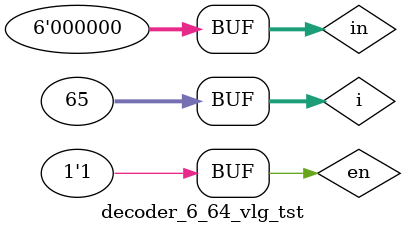
<source format=v>
`timescale 1 ps/ 1 ps

 module decoder_6_64_vlg_tst();
 
 reg       en;
 reg [5:0] in;
 
 wire [63:0] out;
 
 integer i;
 
 decoder_6_64 dut (
	.en  (en),
	.in  (in),
	.out (out)
 );
 
 initial begin
	$monitor("en = %b in = %d out = %d", en, in, out);
	
	en = 1'b1;
	
	for (i = 0; i <= 64; i = i + 1) begin
		#10 in = i;
	end
end

endmodule

</source>
